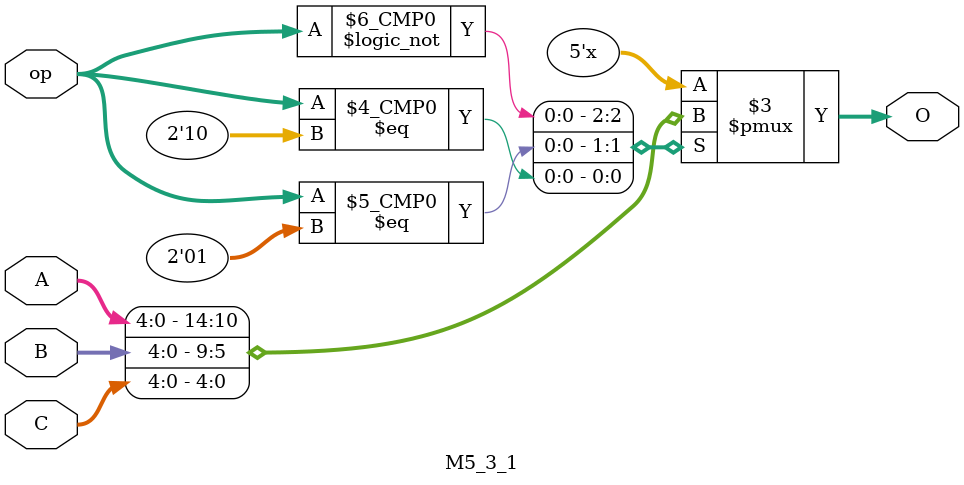
<source format=v>
`timescale 1ns / 1ps
module M32_5_1(
	input [31:0] A,
	input [31:0] B,
	input [31:0] C,
	input [31:0] D,
	input [31:0] E,
	input [2:0] op,
	output reg [31:0] O
    );
	 
	initial begin
		O = 0;
	end
	
	always @* begin
		case (op)
			3'd0:O <= A;
			3'd1:O <= B;
			3'd2:O <= C;
			3'd3:O <= D;
			3'd4:O <= E;
		endcase
	end

endmodule

module M32_4_1(
	input [31:0] A,
	input [31:0] B,
	input [31:0] C,
	input [31:0] D,
	input [1:0] op,
	output reg [31:0] O
    );
	 
	initial begin
		O = 0;
	end
	
	always @* begin
		case (op)
			2'd0:O <= A;
			2'd1:O <= B;
			2'd2:O <= C;
			2'd3:O <= D;
		endcase
	end

endmodule

module M32_3_1(
	input [31:0] A,
	input [31:0] B,
	input [31:0] C,
	input [1:0] op,
	output reg [31:0] O
    );
	 
	initial begin
		O = 0;
	end
	
	always @* begin
		case (op)
			2'd0:O <= A;
			2'd1:O <= B;
			2'd2:O <= C;
		endcase
	end

endmodule

module M32_2_1(
	input [31:0] A,
	input [31:0] B,
	input op,
	output reg [31:0] O
	 );
	 
	initial begin
		O = 0;
	end
	
	always @* begin
		case (op)
			1'b0:O <= A;
			1'b1:O <= B;
		endcase
	end
	
endmodule

module M5_3_1(
	input [4:0] A,
	input [4:0] B,
	input [4:0] C,
	input [1:0] op,
	output reg [4:0] O
    );
	 
	initial begin
		O = 0;
	end
	
	always @* begin
		case (op)
			2'd0:O <= A;
			2'd1:O <= B;
			2'd2:O <= C;
		endcase
	end

endmodule
</source>
